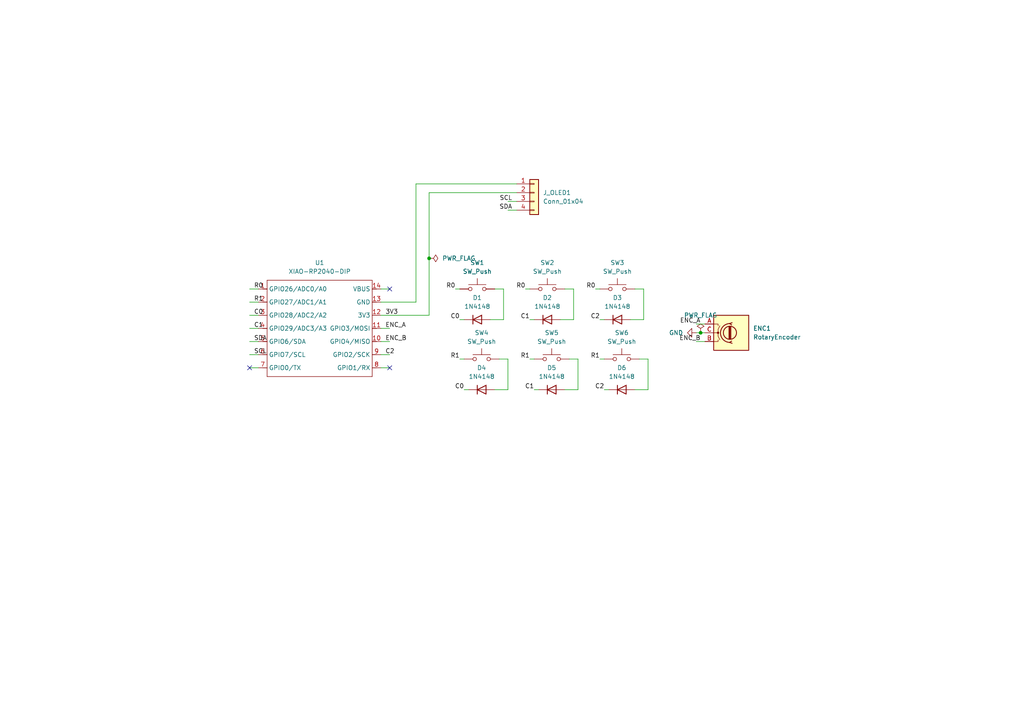
<source format=kicad_sch>
(kicad_sch
	(version 20250114)
	(generator "eeschema")
	(generator_version "9.0")
	(uuid "27154dfa-acad-4657-9576-19a8713884aa")
	(paper "A4")
	(lib_symbols
		(symbol "Connector_Generic:Conn_01x04"
			(pin_names
				(offset 1.016)
				(hide yes)
			)
			(exclude_from_sim no)
			(in_bom yes)
			(on_board yes)
			(property "Reference" "J"
				(at 0 5.08 0)
				(effects
					(font
						(size 1.27 1.27)
					)
				)
			)
			(property "Value" "Conn_01x04"
				(at 0 -7.62 0)
				(effects
					(font
						(size 1.27 1.27)
					)
				)
			)
			(property "Footprint" ""
				(at 0 0 0)
				(effects
					(font
						(size 1.27 1.27)
					)
					(hide yes)
				)
			)
			(property "Datasheet" "~"
				(at 0 0 0)
				(effects
					(font
						(size 1.27 1.27)
					)
					(hide yes)
				)
			)
			(property "Description" "Generic connector, single row, 01x04, script generated (kicad-library-utils/schlib/autogen/connector/)"
				(at 0 0 0)
				(effects
					(font
						(size 1.27 1.27)
					)
					(hide yes)
				)
			)
			(property "ki_keywords" "connector"
				(at 0 0 0)
				(effects
					(font
						(size 1.27 1.27)
					)
					(hide yes)
				)
			)
			(property "ki_fp_filters" "Connector*:*_1x??_*"
				(at 0 0 0)
				(effects
					(font
						(size 1.27 1.27)
					)
					(hide yes)
				)
			)
			(symbol "Conn_01x04_1_1"
				(rectangle
					(start -1.27 3.81)
					(end 1.27 -6.35)
					(stroke
						(width 0.254)
						(type default)
					)
					(fill
						(type background)
					)
				)
				(rectangle
					(start -1.27 2.667)
					(end 0 2.413)
					(stroke
						(width 0.1524)
						(type default)
					)
					(fill
						(type none)
					)
				)
				(rectangle
					(start -1.27 0.127)
					(end 0 -0.127)
					(stroke
						(width 0.1524)
						(type default)
					)
					(fill
						(type none)
					)
				)
				(rectangle
					(start -1.27 -2.413)
					(end 0 -2.667)
					(stroke
						(width 0.1524)
						(type default)
					)
					(fill
						(type none)
					)
				)
				(rectangle
					(start -1.27 -4.953)
					(end 0 -5.207)
					(stroke
						(width 0.1524)
						(type default)
					)
					(fill
						(type none)
					)
				)
				(pin passive line
					(at -5.08 2.54 0)
					(length 3.81)
					(name "Pin_1"
						(effects
							(font
								(size 1.27 1.27)
							)
						)
					)
					(number "1"
						(effects
							(font
								(size 1.27 1.27)
							)
						)
					)
				)
				(pin passive line
					(at -5.08 0 0)
					(length 3.81)
					(name "Pin_2"
						(effects
							(font
								(size 1.27 1.27)
							)
						)
					)
					(number "2"
						(effects
							(font
								(size 1.27 1.27)
							)
						)
					)
				)
				(pin passive line
					(at -5.08 -2.54 0)
					(length 3.81)
					(name "Pin_3"
						(effects
							(font
								(size 1.27 1.27)
							)
						)
					)
					(number "3"
						(effects
							(font
								(size 1.27 1.27)
							)
						)
					)
				)
				(pin passive line
					(at -5.08 -5.08 0)
					(length 3.81)
					(name "Pin_4"
						(effects
							(font
								(size 1.27 1.27)
							)
						)
					)
					(number "4"
						(effects
							(font
								(size 1.27 1.27)
							)
						)
					)
				)
			)
			(embedded_fonts no)
		)
		(symbol "Device:RotaryEncoder"
			(pin_names
				(offset 0.254)
				(hide yes)
			)
			(exclude_from_sim no)
			(in_bom yes)
			(on_board yes)
			(property "Reference" "SW"
				(at 0 6.604 0)
				(effects
					(font
						(size 1.27 1.27)
					)
				)
			)
			(property "Value" "RotaryEncoder"
				(at 0 -6.604 0)
				(effects
					(font
						(size 1.27 1.27)
					)
				)
			)
			(property "Footprint" ""
				(at -3.81 4.064 0)
				(effects
					(font
						(size 1.27 1.27)
					)
					(hide yes)
				)
			)
			(property "Datasheet" "~"
				(at 0 6.604 0)
				(effects
					(font
						(size 1.27 1.27)
					)
					(hide yes)
				)
			)
			(property "Description" "Rotary encoder, dual channel, incremental quadrate outputs"
				(at 0 0 0)
				(effects
					(font
						(size 1.27 1.27)
					)
					(hide yes)
				)
			)
			(property "ki_keywords" "rotary switch encoder"
				(at 0 0 0)
				(effects
					(font
						(size 1.27 1.27)
					)
					(hide yes)
				)
			)
			(property "ki_fp_filters" "RotaryEncoder*"
				(at 0 0 0)
				(effects
					(font
						(size 1.27 1.27)
					)
					(hide yes)
				)
			)
			(symbol "RotaryEncoder_0_1"
				(rectangle
					(start -5.08 5.08)
					(end 5.08 -5.08)
					(stroke
						(width 0.254)
						(type default)
					)
					(fill
						(type background)
					)
				)
				(polyline
					(pts
						(xy -5.08 2.54) (xy -3.81 2.54) (xy -3.81 2.032)
					)
					(stroke
						(width 0)
						(type default)
					)
					(fill
						(type none)
					)
				)
				(polyline
					(pts
						(xy -5.08 0) (xy -3.81 0) (xy -3.81 -1.016) (xy -3.302 -2.032)
					)
					(stroke
						(width 0)
						(type default)
					)
					(fill
						(type none)
					)
				)
				(polyline
					(pts
						(xy -5.08 -2.54) (xy -3.81 -2.54) (xy -3.81 -2.032)
					)
					(stroke
						(width 0)
						(type default)
					)
					(fill
						(type none)
					)
				)
				(polyline
					(pts
						(xy -4.318 0) (xy -3.81 0) (xy -3.81 1.016) (xy -3.302 2.032)
					)
					(stroke
						(width 0)
						(type default)
					)
					(fill
						(type none)
					)
				)
				(circle
					(center -3.81 0)
					(radius 0.254)
					(stroke
						(width 0)
						(type default)
					)
					(fill
						(type outline)
					)
				)
				(polyline
					(pts
						(xy -0.635 -1.778) (xy -0.635 1.778)
					)
					(stroke
						(width 0.254)
						(type default)
					)
					(fill
						(type none)
					)
				)
				(circle
					(center -0.381 0)
					(radius 1.905)
					(stroke
						(width 0.254)
						(type default)
					)
					(fill
						(type none)
					)
				)
				(polyline
					(pts
						(xy -0.381 -1.778) (xy -0.381 1.778)
					)
					(stroke
						(width 0.254)
						(type default)
					)
					(fill
						(type none)
					)
				)
				(arc
					(start -0.381 -2.794)
					(mid -3.0988 -0.0635)
					(end -0.381 2.667)
					(stroke
						(width 0.254)
						(type default)
					)
					(fill
						(type none)
					)
				)
				(polyline
					(pts
						(xy -0.127 1.778) (xy -0.127 -1.778)
					)
					(stroke
						(width 0.254)
						(type default)
					)
					(fill
						(type none)
					)
				)
				(polyline
					(pts
						(xy 0.254 2.921) (xy -0.508 2.667) (xy 0.127 2.286)
					)
					(stroke
						(width 0.254)
						(type default)
					)
					(fill
						(type none)
					)
				)
				(polyline
					(pts
						(xy 0.254 -3.048) (xy -0.508 -2.794) (xy 0.127 -2.413)
					)
					(stroke
						(width 0.254)
						(type default)
					)
					(fill
						(type none)
					)
				)
			)
			(symbol "RotaryEncoder_1_1"
				(pin passive line
					(at -7.62 2.54 0)
					(length 2.54)
					(name "A"
						(effects
							(font
								(size 1.27 1.27)
							)
						)
					)
					(number "A"
						(effects
							(font
								(size 1.27 1.27)
							)
						)
					)
				)
				(pin passive line
					(at -7.62 0 0)
					(length 2.54)
					(name "C"
						(effects
							(font
								(size 1.27 1.27)
							)
						)
					)
					(number "C"
						(effects
							(font
								(size 1.27 1.27)
							)
						)
					)
				)
				(pin passive line
					(at -7.62 -2.54 0)
					(length 2.54)
					(name "B"
						(effects
							(font
								(size 1.27 1.27)
							)
						)
					)
					(number "B"
						(effects
							(font
								(size 1.27 1.27)
							)
						)
					)
				)
			)
			(embedded_fonts no)
		)
		(symbol "Diode:1N4148"
			(pin_numbers
				(hide yes)
			)
			(pin_names
				(hide yes)
			)
			(exclude_from_sim no)
			(in_bom yes)
			(on_board yes)
			(property "Reference" "D"
				(at 0 2.54 0)
				(effects
					(font
						(size 1.27 1.27)
					)
				)
			)
			(property "Value" "1N4148"
				(at 0 -2.54 0)
				(effects
					(font
						(size 1.27 1.27)
					)
				)
			)
			(property "Footprint" "Diode_THT:D_DO-35_SOD27_P7.62mm_Horizontal"
				(at 0 0 0)
				(effects
					(font
						(size 1.27 1.27)
					)
					(hide yes)
				)
			)
			(property "Datasheet" "https://assets.nexperia.com/documents/data-sheet/1N4148_1N4448.pdf"
				(at 0 0 0)
				(effects
					(font
						(size 1.27 1.27)
					)
					(hide yes)
				)
			)
			(property "Description" "100V 0.15A standard switching diode, DO-35"
				(at 0 0 0)
				(effects
					(font
						(size 1.27 1.27)
					)
					(hide yes)
				)
			)
			(property "Sim.Device" "D"
				(at 0 0 0)
				(effects
					(font
						(size 1.27 1.27)
					)
					(hide yes)
				)
			)
			(property "Sim.Pins" "1=K 2=A"
				(at 0 0 0)
				(effects
					(font
						(size 1.27 1.27)
					)
					(hide yes)
				)
			)
			(property "ki_keywords" "diode"
				(at 0 0 0)
				(effects
					(font
						(size 1.27 1.27)
					)
					(hide yes)
				)
			)
			(property "ki_fp_filters" "D*DO?35*"
				(at 0 0 0)
				(effects
					(font
						(size 1.27 1.27)
					)
					(hide yes)
				)
			)
			(symbol "1N4148_0_1"
				(polyline
					(pts
						(xy -1.27 1.27) (xy -1.27 -1.27)
					)
					(stroke
						(width 0.254)
						(type default)
					)
					(fill
						(type none)
					)
				)
				(polyline
					(pts
						(xy 1.27 1.27) (xy 1.27 -1.27) (xy -1.27 0) (xy 1.27 1.27)
					)
					(stroke
						(width 0.254)
						(type default)
					)
					(fill
						(type none)
					)
				)
				(polyline
					(pts
						(xy 1.27 0) (xy -1.27 0)
					)
					(stroke
						(width 0)
						(type default)
					)
					(fill
						(type none)
					)
				)
			)
			(symbol "1N4148_1_1"
				(pin passive line
					(at -3.81 0 0)
					(length 2.54)
					(name "K"
						(effects
							(font
								(size 1.27 1.27)
							)
						)
					)
					(number "1"
						(effects
							(font
								(size 1.27 1.27)
							)
						)
					)
				)
				(pin passive line
					(at 3.81 0 180)
					(length 2.54)
					(name "A"
						(effects
							(font
								(size 1.27 1.27)
							)
						)
					)
					(number "2"
						(effects
							(font
								(size 1.27 1.27)
							)
						)
					)
				)
			)
			(embedded_fonts no)
		)
		(symbol "Seeed_Studio_XIAO_Series:XIAO-RP2040-DIP"
			(exclude_from_sim no)
			(in_bom yes)
			(on_board yes)
			(property "Reference" "U"
				(at 0 0 0)
				(effects
					(font
						(size 1.27 1.27)
					)
				)
			)
			(property "Value" "XIAO-RP2040-DIP"
				(at 5.334 -1.778 0)
				(effects
					(font
						(size 1.27 1.27)
					)
				)
			)
			(property "Footprint" "Module:MOUDLE14P-XIAO-DIP-SMD"
				(at 14.478 -32.258 0)
				(effects
					(font
						(size 1.27 1.27)
					)
					(hide yes)
				)
			)
			(property "Datasheet" ""
				(at 0 0 0)
				(effects
					(font
						(size 1.27 1.27)
					)
					(hide yes)
				)
			)
			(property "Description" ""
				(at 0 0 0)
				(effects
					(font
						(size 1.27 1.27)
					)
					(hide yes)
				)
			)
			(symbol "XIAO-RP2040-DIP_1_0"
				(polyline
					(pts
						(xy -1.27 -2.54) (xy 29.21 -2.54)
					)
					(stroke
						(width 0.1524)
						(type solid)
					)
					(fill
						(type none)
					)
				)
				(polyline
					(pts
						(xy -1.27 -5.08) (xy -2.54 -5.08)
					)
					(stroke
						(width 0.1524)
						(type solid)
					)
					(fill
						(type none)
					)
				)
				(polyline
					(pts
						(xy -1.27 -5.08) (xy -1.27 -2.54)
					)
					(stroke
						(width 0.1524)
						(type solid)
					)
					(fill
						(type none)
					)
				)
				(polyline
					(pts
						(xy -1.27 -8.89) (xy -2.54 -8.89)
					)
					(stroke
						(width 0.1524)
						(type solid)
					)
					(fill
						(type none)
					)
				)
				(polyline
					(pts
						(xy -1.27 -8.89) (xy -1.27 -5.08)
					)
					(stroke
						(width 0.1524)
						(type solid)
					)
					(fill
						(type none)
					)
				)
				(polyline
					(pts
						(xy -1.27 -12.7) (xy -2.54 -12.7)
					)
					(stroke
						(width 0.1524)
						(type solid)
					)
					(fill
						(type none)
					)
				)
				(polyline
					(pts
						(xy -1.27 -12.7) (xy -1.27 -8.89)
					)
					(stroke
						(width 0.1524)
						(type solid)
					)
					(fill
						(type none)
					)
				)
				(polyline
					(pts
						(xy -1.27 -16.51) (xy -2.54 -16.51)
					)
					(stroke
						(width 0.1524)
						(type solid)
					)
					(fill
						(type none)
					)
				)
				(polyline
					(pts
						(xy -1.27 -16.51) (xy -1.27 -12.7)
					)
					(stroke
						(width 0.1524)
						(type solid)
					)
					(fill
						(type none)
					)
				)
				(polyline
					(pts
						(xy -1.27 -20.32) (xy -2.54 -20.32)
					)
					(stroke
						(width 0.1524)
						(type solid)
					)
					(fill
						(type none)
					)
				)
				(polyline
					(pts
						(xy -1.27 -24.13) (xy -2.54 -24.13)
					)
					(stroke
						(width 0.1524)
						(type solid)
					)
					(fill
						(type none)
					)
				)
				(polyline
					(pts
						(xy -1.27 -27.94) (xy -2.54 -27.94)
					)
					(stroke
						(width 0.1524)
						(type solid)
					)
					(fill
						(type none)
					)
				)
				(polyline
					(pts
						(xy -1.27 -30.48) (xy -1.27 -16.51)
					)
					(stroke
						(width 0.1524)
						(type solid)
					)
					(fill
						(type none)
					)
				)
				(polyline
					(pts
						(xy 29.21 -2.54) (xy 29.21 -5.08)
					)
					(stroke
						(width 0.1524)
						(type solid)
					)
					(fill
						(type none)
					)
				)
				(polyline
					(pts
						(xy 29.21 -5.08) (xy 29.21 -8.89)
					)
					(stroke
						(width 0.1524)
						(type solid)
					)
					(fill
						(type none)
					)
				)
				(polyline
					(pts
						(xy 29.21 -8.89) (xy 29.21 -12.7)
					)
					(stroke
						(width 0.1524)
						(type solid)
					)
					(fill
						(type none)
					)
				)
				(polyline
					(pts
						(xy 29.21 -12.7) (xy 29.21 -30.48)
					)
					(stroke
						(width 0.1524)
						(type solid)
					)
					(fill
						(type none)
					)
				)
				(polyline
					(pts
						(xy 29.21 -30.48) (xy -1.27 -30.48)
					)
					(stroke
						(width 0.1524)
						(type solid)
					)
					(fill
						(type none)
					)
				)
				(polyline
					(pts
						(xy 30.48 -5.08) (xy 29.21 -5.08)
					)
					(stroke
						(width 0.1524)
						(type solid)
					)
					(fill
						(type none)
					)
				)
				(polyline
					(pts
						(xy 30.48 -8.89) (xy 29.21 -8.89)
					)
					(stroke
						(width 0.1524)
						(type solid)
					)
					(fill
						(type none)
					)
				)
				(polyline
					(pts
						(xy 30.48 -12.7) (xy 29.21 -12.7)
					)
					(stroke
						(width 0.1524)
						(type solid)
					)
					(fill
						(type none)
					)
				)
				(polyline
					(pts
						(xy 30.48 -16.51) (xy 29.21 -16.51)
					)
					(stroke
						(width 0.1524)
						(type solid)
					)
					(fill
						(type none)
					)
				)
				(polyline
					(pts
						(xy 30.48 -20.32) (xy 29.21 -20.32)
					)
					(stroke
						(width 0.1524)
						(type solid)
					)
					(fill
						(type none)
					)
				)
				(polyline
					(pts
						(xy 30.48 -24.13) (xy 29.21 -24.13)
					)
					(stroke
						(width 0.1524)
						(type solid)
					)
					(fill
						(type none)
					)
				)
				(polyline
					(pts
						(xy 30.48 -27.94) (xy 29.21 -27.94)
					)
					(stroke
						(width 0.1524)
						(type solid)
					)
					(fill
						(type none)
					)
				)
				(pin passive line
					(at -3.81 -5.08 0)
					(length 2.54)
					(name "GPIO26/ADC0/A0"
						(effects
							(font
								(size 1.27 1.27)
							)
						)
					)
					(number "1"
						(effects
							(font
								(size 1.27 1.27)
							)
						)
					)
				)
				(pin passive line
					(at -3.81 -8.89 0)
					(length 2.54)
					(name "GPIO27/ADC1/A1"
						(effects
							(font
								(size 1.27 1.27)
							)
						)
					)
					(number "2"
						(effects
							(font
								(size 1.27 1.27)
							)
						)
					)
				)
				(pin passive line
					(at -3.81 -12.7 0)
					(length 2.54)
					(name "GPIO28/ADC2/A2"
						(effects
							(font
								(size 1.27 1.27)
							)
						)
					)
					(number "3"
						(effects
							(font
								(size 1.27 1.27)
							)
						)
					)
				)
				(pin passive line
					(at -3.81 -16.51 0)
					(length 2.54)
					(name "GPIO29/ADC3/A3"
						(effects
							(font
								(size 1.27 1.27)
							)
						)
					)
					(number "4"
						(effects
							(font
								(size 1.27 1.27)
							)
						)
					)
				)
				(pin passive line
					(at -3.81 -20.32 0)
					(length 2.54)
					(name "GPIO6/SDA"
						(effects
							(font
								(size 1.27 1.27)
							)
						)
					)
					(number "5"
						(effects
							(font
								(size 1.27 1.27)
							)
						)
					)
				)
				(pin passive line
					(at -3.81 -24.13 0)
					(length 2.54)
					(name "GPIO7/SCL"
						(effects
							(font
								(size 1.27 1.27)
							)
						)
					)
					(number "6"
						(effects
							(font
								(size 1.27 1.27)
							)
						)
					)
				)
				(pin passive line
					(at -3.81 -27.94 0)
					(length 2.54)
					(name "GPIO0/TX"
						(effects
							(font
								(size 1.27 1.27)
							)
						)
					)
					(number "7"
						(effects
							(font
								(size 1.27 1.27)
							)
						)
					)
				)
				(pin passive line
					(at 31.75 -5.08 180)
					(length 2.54)
					(name "VBUS"
						(effects
							(font
								(size 1.27 1.27)
							)
						)
					)
					(number "14"
						(effects
							(font
								(size 1.27 1.27)
							)
						)
					)
				)
				(pin passive line
					(at 31.75 -8.89 180)
					(length 2.54)
					(name "GND"
						(effects
							(font
								(size 1.27 1.27)
							)
						)
					)
					(number "13"
						(effects
							(font
								(size 1.27 1.27)
							)
						)
					)
				)
				(pin passive line
					(at 31.75 -12.7 180)
					(length 2.54)
					(name "3V3"
						(effects
							(font
								(size 1.27 1.27)
							)
						)
					)
					(number "12"
						(effects
							(font
								(size 1.27 1.27)
							)
						)
					)
				)
				(pin passive line
					(at 31.75 -16.51 180)
					(length 2.54)
					(name "GPIO3/MOSI"
						(effects
							(font
								(size 1.27 1.27)
							)
						)
					)
					(number "11"
						(effects
							(font
								(size 1.27 1.27)
							)
						)
					)
				)
				(pin passive line
					(at 31.75 -20.32 180)
					(length 2.54)
					(name "GPIO4/MISO"
						(effects
							(font
								(size 1.27 1.27)
							)
						)
					)
					(number "10"
						(effects
							(font
								(size 1.27 1.27)
							)
						)
					)
				)
				(pin passive line
					(at 31.75 -24.13 180)
					(length 2.54)
					(name "GPIO2/SCK"
						(effects
							(font
								(size 1.27 1.27)
							)
						)
					)
					(number "9"
						(effects
							(font
								(size 1.27 1.27)
							)
						)
					)
				)
				(pin passive line
					(at 31.75 -27.94 180)
					(length 2.54)
					(name "GPIO1/RX"
						(effects
							(font
								(size 1.27 1.27)
							)
						)
					)
					(number "8"
						(effects
							(font
								(size 1.27 1.27)
							)
						)
					)
				)
			)
			(embedded_fonts no)
		)
		(symbol "Switch:SW_Push"
			(pin_numbers
				(hide yes)
			)
			(pin_names
				(offset 1.016)
				(hide yes)
			)
			(exclude_from_sim no)
			(in_bom yes)
			(on_board yes)
			(property "Reference" "SW"
				(at 1.27 2.54 0)
				(effects
					(font
						(size 1.27 1.27)
					)
					(justify left)
				)
			)
			(property "Value" "SW_Push"
				(at 0 -1.524 0)
				(effects
					(font
						(size 1.27 1.27)
					)
				)
			)
			(property "Footprint" ""
				(at 0 5.08 0)
				(effects
					(font
						(size 1.27 1.27)
					)
					(hide yes)
				)
			)
			(property "Datasheet" "~"
				(at 0 5.08 0)
				(effects
					(font
						(size 1.27 1.27)
					)
					(hide yes)
				)
			)
			(property "Description" "Push button switch, generic, two pins"
				(at 0 0 0)
				(effects
					(font
						(size 1.27 1.27)
					)
					(hide yes)
				)
			)
			(property "ki_keywords" "switch normally-open pushbutton push-button"
				(at 0 0 0)
				(effects
					(font
						(size 1.27 1.27)
					)
					(hide yes)
				)
			)
			(symbol "SW_Push_0_1"
				(circle
					(center -2.032 0)
					(radius 0.508)
					(stroke
						(width 0)
						(type default)
					)
					(fill
						(type none)
					)
				)
				(polyline
					(pts
						(xy 0 1.27) (xy 0 3.048)
					)
					(stroke
						(width 0)
						(type default)
					)
					(fill
						(type none)
					)
				)
				(circle
					(center 2.032 0)
					(radius 0.508)
					(stroke
						(width 0)
						(type default)
					)
					(fill
						(type none)
					)
				)
				(polyline
					(pts
						(xy 2.54 1.27) (xy -2.54 1.27)
					)
					(stroke
						(width 0)
						(type default)
					)
					(fill
						(type none)
					)
				)
				(pin passive line
					(at -5.08 0 0)
					(length 2.54)
					(name "1"
						(effects
							(font
								(size 1.27 1.27)
							)
						)
					)
					(number "1"
						(effects
							(font
								(size 1.27 1.27)
							)
						)
					)
				)
				(pin passive line
					(at 5.08 0 180)
					(length 2.54)
					(name "2"
						(effects
							(font
								(size 1.27 1.27)
							)
						)
					)
					(number "2"
						(effects
							(font
								(size 1.27 1.27)
							)
						)
					)
				)
			)
			(embedded_fonts no)
		)
		(symbol "power:GND"
			(power)
			(pin_numbers
				(hide yes)
			)
			(pin_names
				(offset 0)
				(hide yes)
			)
			(exclude_from_sim no)
			(in_bom yes)
			(on_board yes)
			(property "Reference" "#PWR"
				(at 0 -6.35 0)
				(effects
					(font
						(size 1.27 1.27)
					)
					(hide yes)
				)
			)
			(property "Value" "GND"
				(at 0 -3.81 0)
				(effects
					(font
						(size 1.27 1.27)
					)
				)
			)
			(property "Footprint" ""
				(at 0 0 0)
				(effects
					(font
						(size 1.27 1.27)
					)
					(hide yes)
				)
			)
			(property "Datasheet" ""
				(at 0 0 0)
				(effects
					(font
						(size 1.27 1.27)
					)
					(hide yes)
				)
			)
			(property "Description" "Power symbol creates a global label with name \"GND\" , ground"
				(at 0 0 0)
				(effects
					(font
						(size 1.27 1.27)
					)
					(hide yes)
				)
			)
			(property "ki_keywords" "global power"
				(at 0 0 0)
				(effects
					(font
						(size 1.27 1.27)
					)
					(hide yes)
				)
			)
			(symbol "GND_0_1"
				(polyline
					(pts
						(xy 0 0) (xy 0 -1.27) (xy 1.27 -1.27) (xy 0 -2.54) (xy -1.27 -1.27) (xy 0 -1.27)
					)
					(stroke
						(width 0)
						(type default)
					)
					(fill
						(type none)
					)
				)
			)
			(symbol "GND_1_1"
				(pin power_in line
					(at 0 0 270)
					(length 0)
					(name "~"
						(effects
							(font
								(size 1.27 1.27)
							)
						)
					)
					(number "1"
						(effects
							(font
								(size 1.27 1.27)
							)
						)
					)
				)
			)
			(embedded_fonts no)
		)
		(symbol "power:PWR_FLAG"
			(power)
			(pin_numbers
				(hide yes)
			)
			(pin_names
				(offset 0)
				(hide yes)
			)
			(exclude_from_sim no)
			(in_bom yes)
			(on_board yes)
			(property "Reference" "#FLG"
				(at 0 1.905 0)
				(effects
					(font
						(size 1.27 1.27)
					)
					(hide yes)
				)
			)
			(property "Value" "PWR_FLAG"
				(at 0 3.81 0)
				(effects
					(font
						(size 1.27 1.27)
					)
				)
			)
			(property "Footprint" ""
				(at 0 0 0)
				(effects
					(font
						(size 1.27 1.27)
					)
					(hide yes)
				)
			)
			(property "Datasheet" "~"
				(at 0 0 0)
				(effects
					(font
						(size 1.27 1.27)
					)
					(hide yes)
				)
			)
			(property "Description" "Special symbol for telling ERC where power comes from"
				(at 0 0 0)
				(effects
					(font
						(size 1.27 1.27)
					)
					(hide yes)
				)
			)
			(property "ki_keywords" "flag power"
				(at 0 0 0)
				(effects
					(font
						(size 1.27 1.27)
					)
					(hide yes)
				)
			)
			(symbol "PWR_FLAG_0_0"
				(pin power_out line
					(at 0 0 90)
					(length 0)
					(name "~"
						(effects
							(font
								(size 1.27 1.27)
							)
						)
					)
					(number "1"
						(effects
							(font
								(size 1.27 1.27)
							)
						)
					)
				)
			)
			(symbol "PWR_FLAG_0_1"
				(polyline
					(pts
						(xy 0 0) (xy 0 1.27) (xy -1.016 1.905) (xy 0 2.54) (xy 1.016 1.905) (xy 0 1.27)
					)
					(stroke
						(width 0)
						(type default)
					)
					(fill
						(type none)
					)
				)
			)
			(embedded_fonts no)
		)
	)
	(junction
		(at 124.46 74.93)
		(diameter 0)
		(color 0 0 0 0)
		(uuid "d56147d5-42e3-46c3-ba84-5160b8f4e122")
	)
	(junction
		(at 203.2 96.52)
		(diameter 0)
		(color 0 0 0 0)
		(uuid "e5d2ea51-e1b8-4ca6-b345-29f7e485a380")
	)
	(no_connect
		(at 113.03 106.68)
		(uuid "455a8035-425e-489a-99a0-9ad7ba17b158")
	)
	(no_connect
		(at 113.03 83.82)
		(uuid "830a396a-e095-4a7f-9a58-e6e7aa5fe793")
	)
	(no_connect
		(at 72.39 106.68)
		(uuid "e7b6d921-7a07-4afa-908c-a7eae1e46dc6")
	)
	(wire
		(pts
			(xy 72.39 102.87) (xy 74.93 102.87)
		)
		(stroke
			(width 0)
			(type default)
		)
		(uuid "07ca7bc6-0ddc-44b0-b489-df2b39b90ea5")
	)
	(wire
		(pts
			(xy 110.49 91.44) (xy 124.46 91.44)
		)
		(stroke
			(width 0)
			(type default)
		)
		(uuid "09c0dc88-01a7-418f-b767-169cbfe3da53")
	)
	(wire
		(pts
			(xy 173.99 104.14) (xy 175.26 104.14)
		)
		(stroke
			(width 0)
			(type default)
		)
		(uuid "0f15a21d-9567-475b-a12f-4b7cf2356884")
	)
	(wire
		(pts
			(xy 182.88 92.71) (xy 186.69 92.71)
		)
		(stroke
			(width 0)
			(type default)
		)
		(uuid "161c6553-1d57-4de8-8ad7-6f83a4513b5e")
	)
	(wire
		(pts
			(xy 72.39 106.68) (xy 74.93 106.68)
		)
		(stroke
			(width 0)
			(type default)
		)
		(uuid "191fee64-1d5b-4b98-98d2-0c4e5da06c8c")
	)
	(wire
		(pts
			(xy 165.1 104.14) (xy 167.64 104.14)
		)
		(stroke
			(width 0)
			(type default)
		)
		(uuid "3488e2f8-ca6b-4c85-b9d1-8d3653500dd5")
	)
	(wire
		(pts
			(xy 147.32 58.42) (xy 149.86 58.42)
		)
		(stroke
			(width 0)
			(type default)
		)
		(uuid "4026097f-2b57-4303-965c-0ff036985ada")
	)
	(wire
		(pts
			(xy 153.67 104.14) (xy 154.94 104.14)
		)
		(stroke
			(width 0)
			(type default)
		)
		(uuid "45346aa4-4aaf-4b9b-9a0c-a45778e474ab")
	)
	(wire
		(pts
			(xy 201.93 93.98) (xy 204.47 93.98)
		)
		(stroke
			(width 0)
			(type default)
		)
		(uuid "45b92bc5-dc25-495a-9582-b2a61e14ca64")
	)
	(wire
		(pts
			(xy 175.26 113.03) (xy 176.53 113.03)
		)
		(stroke
			(width 0)
			(type default)
		)
		(uuid "45c0b191-34ec-46a2-b267-538cd32533b2")
	)
	(wire
		(pts
			(xy 110.49 95.25) (xy 113.03 95.25)
		)
		(stroke
			(width 0)
			(type default)
		)
		(uuid "46dcaa3a-2701-4273-9e16-883b40577b90")
	)
	(wire
		(pts
			(xy 110.49 102.87) (xy 113.03 102.87)
		)
		(stroke
			(width 0)
			(type default)
		)
		(uuid "47310991-d8c4-4ef7-ab01-2b3beb67f569")
	)
	(wire
		(pts
			(xy 72.39 95.25) (xy 74.93 95.25)
		)
		(stroke
			(width 0)
			(type default)
		)
		(uuid "4e501f38-86a5-4a9a-9d4a-4cdad3d1dac3")
	)
	(wire
		(pts
			(xy 163.83 83.82) (xy 166.37 83.82)
		)
		(stroke
			(width 0)
			(type default)
		)
		(uuid "5187e10f-e888-4860-83c8-48646d3d25c1")
	)
	(wire
		(pts
			(xy 110.49 87.63) (xy 120.65 87.63)
		)
		(stroke
			(width 0)
			(type default)
		)
		(uuid "59cc0f2c-51a8-4266-9226-d3c006d8ca0a")
	)
	(wire
		(pts
			(xy 124.46 74.93) (xy 124.46 91.44)
		)
		(stroke
			(width 0)
			(type default)
		)
		(uuid "5f0835fc-0585-4017-9864-96fc3efc5388")
	)
	(wire
		(pts
			(xy 154.94 113.03) (xy 156.21 113.03)
		)
		(stroke
			(width 0)
			(type default)
		)
		(uuid "61d3c02b-eb79-4683-b7ac-21e4ba3b9d1a")
	)
	(wire
		(pts
			(xy 166.37 83.82) (xy 166.37 92.71)
		)
		(stroke
			(width 0)
			(type default)
		)
		(uuid "648d0622-dd1d-4f1a-bd1e-e662e4ed6468")
	)
	(wire
		(pts
			(xy 167.64 104.14) (xy 167.64 113.03)
		)
		(stroke
			(width 0)
			(type default)
		)
		(uuid "7904bf21-b590-4e96-b0ee-0a00e305f50e")
	)
	(wire
		(pts
			(xy 201.93 96.52) (xy 203.2 96.52)
		)
		(stroke
			(width 0)
			(type default)
		)
		(uuid "7b865d58-6f17-4fd5-b1b7-3b3285d0e0aa")
	)
	(wire
		(pts
			(xy 184.15 83.82) (xy 186.69 83.82)
		)
		(stroke
			(width 0)
			(type default)
		)
		(uuid "7cad8c13-32b0-4b5c-9e16-56e2f9bfc64e")
	)
	(wire
		(pts
			(xy 120.65 87.63) (xy 120.65 53.34)
		)
		(stroke
			(width 0)
			(type default)
		)
		(uuid "82d1b872-ad7d-428d-b6d1-16dfdffd94b1")
	)
	(wire
		(pts
			(xy 124.46 55.88) (xy 124.46 74.93)
		)
		(stroke
			(width 0)
			(type default)
		)
		(uuid "869f9ed0-b03f-47e4-b242-5ee87eae1e2f")
	)
	(wire
		(pts
			(xy 134.62 113.03) (xy 135.89 113.03)
		)
		(stroke
			(width 0)
			(type default)
		)
		(uuid "86e533b8-443a-4735-b3ea-ce57accb498a")
	)
	(wire
		(pts
			(xy 72.39 87.63) (xy 74.93 87.63)
		)
		(stroke
			(width 0)
			(type default)
		)
		(uuid "8958f985-6fd0-4464-9bb3-000e076eeea0")
	)
	(wire
		(pts
			(xy 133.35 92.71) (xy 134.62 92.71)
		)
		(stroke
			(width 0)
			(type default)
		)
		(uuid "93c41c87-eb37-4d39-94c1-5ecd89c6d4a4")
	)
	(wire
		(pts
			(xy 146.05 83.82) (xy 146.05 92.71)
		)
		(stroke
			(width 0)
			(type default)
		)
		(uuid "9523f4cd-f020-4123-acb4-8c6ec2c0af36")
	)
	(wire
		(pts
			(xy 143.51 113.03) (xy 147.32 113.03)
		)
		(stroke
			(width 0)
			(type default)
		)
		(uuid "996ee875-5fb8-44e3-b16e-14aa0d82aa91")
	)
	(wire
		(pts
			(xy 110.49 106.68) (xy 113.03 106.68)
		)
		(stroke
			(width 0)
			(type default)
		)
		(uuid "9b365f5e-cda8-4d2f-a41e-ef5c7cba9bc3")
	)
	(wire
		(pts
			(xy 133.35 104.14) (xy 134.62 104.14)
		)
		(stroke
			(width 0)
			(type default)
		)
		(uuid "a8131cb1-fac1-4a57-a3d8-0f167a34f848")
	)
	(wire
		(pts
			(xy 147.32 104.14) (xy 147.32 113.03)
		)
		(stroke
			(width 0)
			(type default)
		)
		(uuid "b390a79a-0273-434f-85e0-5392e2520d82")
	)
	(wire
		(pts
			(xy 184.15 113.03) (xy 187.96 113.03)
		)
		(stroke
			(width 0)
			(type default)
		)
		(uuid "b9c858c1-04ac-494e-a76b-6e1f3d982cc4")
	)
	(wire
		(pts
			(xy 132.08 83.82) (xy 133.35 83.82)
		)
		(stroke
			(width 0)
			(type default)
		)
		(uuid "bbd20f43-28c2-4879-a82b-2fae1bc2d3a9")
	)
	(wire
		(pts
			(xy 186.69 83.82) (xy 186.69 92.71)
		)
		(stroke
			(width 0)
			(type default)
		)
		(uuid "bc4fcd00-3d9e-4892-8493-a2352bea66be")
	)
	(wire
		(pts
			(xy 120.65 53.34) (xy 149.86 53.34)
		)
		(stroke
			(width 0)
			(type default)
		)
		(uuid "bc722fce-832b-4fb2-899c-c391665b3980")
	)
	(wire
		(pts
			(xy 173.99 92.71) (xy 175.26 92.71)
		)
		(stroke
			(width 0)
			(type default)
		)
		(uuid "bdb25807-3701-41cc-a9af-0c8031f46380")
	)
	(wire
		(pts
			(xy 153.67 92.71) (xy 154.94 92.71)
		)
		(stroke
			(width 0)
			(type default)
		)
		(uuid "be9ad9e6-7523-49fc-bddf-028e9d4be37c")
	)
	(wire
		(pts
			(xy 187.96 104.14) (xy 187.96 113.03)
		)
		(stroke
			(width 0)
			(type default)
		)
		(uuid "c023370a-d8f9-4b87-b42d-c4bd3a6a93a4")
	)
	(wire
		(pts
			(xy 72.39 83.82) (xy 74.93 83.82)
		)
		(stroke
			(width 0)
			(type default)
		)
		(uuid "c6ffa556-5f15-4b06-8787-59a7ceaee8f8")
	)
	(wire
		(pts
			(xy 147.32 60.96) (xy 149.86 60.96)
		)
		(stroke
			(width 0)
			(type default)
		)
		(uuid "c7a4b35d-6c3c-4f63-8d60-88c685897b77")
	)
	(wire
		(pts
			(xy 110.49 99.06) (xy 113.03 99.06)
		)
		(stroke
			(width 0)
			(type default)
		)
		(uuid "ca052950-6e7a-41bb-bd61-a0c1686169c6")
	)
	(wire
		(pts
			(xy 142.24 92.71) (xy 146.05 92.71)
		)
		(stroke
			(width 0)
			(type default)
		)
		(uuid "caada3dc-397b-4790-a217-ab0f5de22695")
	)
	(wire
		(pts
			(xy 143.51 83.82) (xy 146.05 83.82)
		)
		(stroke
			(width 0)
			(type default)
		)
		(uuid "cb226196-a8ac-45b5-af03-2564c5c3e3d6")
	)
	(wire
		(pts
			(xy 163.83 113.03) (xy 167.64 113.03)
		)
		(stroke
			(width 0)
			(type default)
		)
		(uuid "d3b8da75-79e4-457f-ada6-07baa28397cc")
	)
	(wire
		(pts
			(xy 185.42 104.14) (xy 187.96 104.14)
		)
		(stroke
			(width 0)
			(type default)
		)
		(uuid "d4ff9f00-65dc-43ec-984b-3c7ecb472a46")
	)
	(wire
		(pts
			(xy 201.93 99.06) (xy 204.47 99.06)
		)
		(stroke
			(width 0)
			(type default)
		)
		(uuid "d5011684-a693-4528-83d1-69d5d0bf944f")
	)
	(wire
		(pts
			(xy 144.78 104.14) (xy 147.32 104.14)
		)
		(stroke
			(width 0)
			(type default)
		)
		(uuid "e772df89-a37b-4995-b796-e652ae882bc3")
	)
	(wire
		(pts
			(xy 152.4 83.82) (xy 153.67 83.82)
		)
		(stroke
			(width 0)
			(type default)
		)
		(uuid "ed88b816-b6a8-4f29-8bbb-41bf8fe38aab")
	)
	(wire
		(pts
			(xy 172.72 83.82) (xy 173.99 83.82)
		)
		(stroke
			(width 0)
			(type default)
		)
		(uuid "efca39bf-e0fd-44f6-af1f-6740d109012c")
	)
	(wire
		(pts
			(xy 124.46 55.88) (xy 149.86 55.88)
		)
		(stroke
			(width 0)
			(type default)
		)
		(uuid "f0d2c27b-80e5-4bdd-96eb-64a6ef4a2496")
	)
	(wire
		(pts
			(xy 72.39 99.06) (xy 74.93 99.06)
		)
		(stroke
			(width 0)
			(type default)
		)
		(uuid "f3806d86-4344-4779-b593-704fd3eaa350")
	)
	(wire
		(pts
			(xy 162.56 92.71) (xy 166.37 92.71)
		)
		(stroke
			(width 0)
			(type default)
		)
		(uuid "f42b16e3-3ab2-48e6-894a-c157b9b88425")
	)
	(wire
		(pts
			(xy 203.2 96.52) (xy 204.47 96.52)
		)
		(stroke
			(width 0)
			(type default)
		)
		(uuid "f4587e49-0132-403e-82a5-9164bf62df00")
	)
	(wire
		(pts
			(xy 110.49 83.82) (xy 113.03 83.82)
		)
		(stroke
			(width 0)
			(type default)
		)
		(uuid "f6f6f6a1-0c9c-4aea-bfeb-3b3bf1c188ae")
	)
	(wire
		(pts
			(xy 72.39 91.44) (xy 74.93 91.44)
		)
		(stroke
			(width 0)
			(type default)
		)
		(uuid "f8800051-76ed-4d0c-a183-89375f5755af")
	)
	(label "SDA"
		(at 148.59 60.96 180)
		(effects
			(font
				(size 1.27 1.27)
			)
			(justify right bottom)
		)
		(uuid "0394b5c0-dd81-4b57-948b-b40724ffc904")
	)
	(label "C1"
		(at 73.66 95.25 0)
		(effects
			(font
				(size 1.27 1.27)
			)
			(justify left bottom)
		)
		(uuid "06b304c8-1c67-4ddb-8634-10af624ca9c5")
	)
	(label "R1"
		(at 153.67 104.14 180)
		(effects
			(font
				(size 1.27 1.27)
			)
			(justify right bottom)
		)
		(uuid "1d6ee83e-5570-4fd6-a676-528d1c25e46a")
	)
	(label "ENC_B"
		(at 203.2 99.06 180)
		(effects
			(font
				(size 1.27 1.27)
			)
			(justify right bottom)
		)
		(uuid "1db222e6-043e-46f5-8a69-4f4fdd987c78")
	)
	(label "R0"
		(at 73.66 83.82 0)
		(effects
			(font
				(size 1.27 1.27)
			)
			(justify left bottom)
		)
		(uuid "2f5ff499-a874-49ad-823e-a501d86c7485")
	)
	(label "C0"
		(at 133.35 92.71 180)
		(effects
			(font
				(size 1.27 1.27)
			)
			(justify right bottom)
		)
		(uuid "325bf1e1-c8b2-4986-8d69-4f4ab0a26f2a")
	)
	(label "C2"
		(at 111.76 102.87 0)
		(effects
			(font
				(size 1.27 1.27)
			)
			(justify left bottom)
		)
		(uuid "3c2ae890-d8da-4778-8796-fe3b3830b8dc")
	)
	(label "C1"
		(at 153.67 92.71 180)
		(effects
			(font
				(size 1.27 1.27)
			)
			(justify right bottom)
		)
		(uuid "3cfb6a9e-9a17-4061-8a65-327d8ae07b4c")
	)
	(label "R0"
		(at 172.72 83.82 180)
		(effects
			(font
				(size 1.27 1.27)
			)
			(justify right bottom)
		)
		(uuid "448ad7db-f54d-45b1-b670-39b2f6d5ac15")
	)
	(label "C0"
		(at 134.62 113.03 180)
		(effects
			(font
				(size 1.27 1.27)
			)
			(justify right bottom)
		)
		(uuid "4bf394f9-9094-4b35-af6e-753ea06e040f")
	)
	(label "3V3"
		(at 111.76 91.44 0)
		(effects
			(font
				(size 1.27 1.27)
			)
			(justify left bottom)
		)
		(uuid "4c9a84c3-09ae-42a8-8caf-f3a3f0a53f67")
	)
	(label "ENC_A"
		(at 203.2 93.98 180)
		(effects
			(font
				(size 1.27 1.27)
			)
			(justify right bottom)
		)
		(uuid "5dd532ae-fd82-4aa7-89bf-532198c4ceb8")
	)
	(label "C1"
		(at 154.94 113.03 180)
		(effects
			(font
				(size 1.27 1.27)
			)
			(justify right bottom)
		)
		(uuid "8801fb51-51e8-4ac8-bb0b-47e8d4d2eecb")
	)
	(label "R0"
		(at 132.08 83.82 180)
		(effects
			(font
				(size 1.27 1.27)
			)
			(justify right bottom)
		)
		(uuid "96da655c-ec87-4911-be61-1312d0159ec0")
	)
	(label "SDA"
		(at 73.66 99.06 0)
		(effects
			(font
				(size 1.27 1.27)
			)
			(justify left bottom)
		)
		(uuid "9846fd50-0b0e-45e3-b3b6-35a79cfdf8db")
	)
	(label "C2"
		(at 173.99 92.71 180)
		(effects
			(font
				(size 1.27 1.27)
			)
			(justify right bottom)
		)
		(uuid "a54b1e2f-05b6-4ce3-89fe-74b4d35e60b7")
	)
	(label "C2"
		(at 175.26 113.03 180)
		(effects
			(font
				(size 1.27 1.27)
			)
			(justify right bottom)
		)
		(uuid "ae85d9d6-95cb-4367-8f2b-de689b54fa1c")
	)
	(label "R1"
		(at 173.99 104.14 180)
		(effects
			(font
				(size 1.27 1.27)
			)
			(justify right bottom)
		)
		(uuid "c07a1fdb-2f38-4091-875a-2cbeb6f63cf5")
	)
	(label "ENC_B"
		(at 111.76 99.06 0)
		(effects
			(font
				(size 1.27 1.27)
			)
			(justify left bottom)
		)
		(uuid "c1571514-51c2-4fce-af20-4bfd8dcb8d8d")
	)
	(label "R1"
		(at 133.35 104.14 180)
		(effects
			(font
				(size 1.27 1.27)
			)
			(justify right bottom)
		)
		(uuid "c21a9f3d-ce3c-4d9c-8fc1-7cfec0628a7f")
	)
	(label "C0"
		(at 73.66 91.44 0)
		(effects
			(font
				(size 1.27 1.27)
			)
			(justify left bottom)
		)
		(uuid "caf9f5f8-963b-4790-8671-39f44a0d343d")
	)
	(label "ENC_A"
		(at 111.76 95.25 0)
		(effects
			(font
				(size 1.27 1.27)
			)
			(justify left bottom)
		)
		(uuid "daf2c774-f800-4e9d-9daa-9a1e0dcdcf79")
	)
	(label "R1"
		(at 73.66 87.63 0)
		(effects
			(font
				(size 1.27 1.27)
			)
			(justify left bottom)
		)
		(uuid "dedcf391-1e53-4b54-b4bb-d40ad4c47e19")
	)
	(label "SCL"
		(at 148.59 58.42 180)
		(effects
			(font
				(size 1.27 1.27)
			)
			(justify right bottom)
		)
		(uuid "e6554759-9a5d-403c-aa78-65df99dcdd30")
	)
	(label "SCL"
		(at 73.66 102.87 0)
		(effects
			(font
				(size 1.27 1.27)
			)
			(justify left bottom)
		)
		(uuid "ea081616-801c-4635-ab35-0f6db4c688cc")
	)
	(label "R0"
		(at 152.4 83.82 180)
		(effects
			(font
				(size 1.27 1.27)
			)
			(justify right bottom)
		)
		(uuid "f48328ea-3daf-4c00-8139-8087459a8794")
	)
	(symbol
		(lib_id "Seeed_Studio_XIAO_Series:XIAO-RP2040-DIP")
		(at 78.74 78.74 0)
		(unit 1)
		(exclude_from_sim no)
		(in_bom yes)
		(on_board yes)
		(dnp no)
		(fields_autoplaced yes)
		(uuid "13b833d5-54ac-493a-b119-bd17d883cff7")
		(property "Reference" "U1"
			(at 92.71 76.2 0)
			(effects
				(font
					(size 1.27 1.27)
				)
			)
		)
		(property "Value" "XIAO-RP2040-DIP"
			(at 92.71 78.74 0)
			(effects
				(font
					(size 1.27 1.27)
				)
			)
		)
		(property "Footprint" "XIAORF2040:XIAORF2040"
			(at 93.218 110.998 0)
			(effects
				(font
					(size 1.27 1.27)
				)
				(hide yes)
			)
		)
		(property "Datasheet" ""
			(at 78.74 78.74 0)
			(effects
				(font
					(size 1.27 1.27)
				)
				(hide yes)
			)
		)
		(property "Description" ""
			(at 78.74 78.74 0)
			(effects
				(font
					(size 1.27 1.27)
				)
				(hide yes)
			)
		)
		(pin "1"
			(uuid "2c8ed66c-67dd-4cab-acf7-d0914e2071b6")
		)
		(pin "4"
			(uuid "68f0f4f7-0b1a-480d-bccf-3385e07796a4")
		)
		(pin "14"
			(uuid "edbc3aaa-5d0d-4cfa-873e-7e6e365a0c42")
		)
		(pin "11"
			(uuid "dfd70663-d436-4260-89c2-78a4bed45950")
		)
		(pin "10"
			(uuid "2b7556a6-b7dc-49e3-889b-a7503b1923ab")
		)
		(pin "9"
			(uuid "84d544e2-ab10-4ea9-b9c7-f084d1e95ff7")
		)
		(pin "8"
			(uuid "933b02e6-5d92-4794-af7b-273d7ade4700")
		)
		(pin "2"
			(uuid "cb842603-7e7d-4c97-9060-7ad80dae1c6d")
		)
		(pin "5"
			(uuid "4d9d6116-c5e0-46a1-9bd8-220daaf0be8b")
		)
		(pin "12"
			(uuid "cda21e8d-8aa5-4ddc-9910-1a46b1608b75")
		)
		(pin "3"
			(uuid "bb2cdfc5-7f6c-4713-bb89-d49de580ac86")
		)
		(pin "6"
			(uuid "cae9b64d-bf08-4fe9-8cd4-f6f35dbfbd47")
		)
		(pin "13"
			(uuid "2a4fb352-53d4-485b-8085-df2e2925cb6f")
		)
		(pin "7"
			(uuid "aadadd23-a0f6-4019-8c0a-b5a4ece59971")
		)
		(instances
			(project ""
				(path "/27154dfa-acad-4657-9576-19a8713884aa"
					(reference "U1")
					(unit 1)
				)
			)
		)
	)
	(symbol
		(lib_id "Connector_Generic:Conn_01x04")
		(at 154.94 55.88 0)
		(unit 1)
		(exclude_from_sim no)
		(in_bom yes)
		(on_board yes)
		(dnp no)
		(fields_autoplaced yes)
		(uuid "1e8d83a9-f8e9-4bd7-8126-e18b7480cc77")
		(property "Reference" "J_OLED1"
			(at 157.48 55.8799 0)
			(effects
				(font
					(size 1.27 1.27)
				)
				(justify left)
			)
		)
		(property "Value" "Conn_01x04"
			(at 157.48 58.4199 0)
			(effects
				(font
					(size 1.27 1.27)
				)
				(justify left)
			)
		)
		(property "Footprint" "Connector_PinHeader_2.54mm:PinHeader_1x04_P2.54mm_Vertical"
			(at 154.94 55.88 0)
			(effects
				(font
					(size 1.27 1.27)
				)
				(hide yes)
			)
		)
		(property "Datasheet" "~"
			(at 154.94 55.88 0)
			(effects
				(font
					(size 1.27 1.27)
				)
				(hide yes)
			)
		)
		(property "Description" "Generic connector, single row, 01x04, script generated (kicad-library-utils/schlib/autogen/connector/)"
			(at 154.94 55.88 0)
			(effects
				(font
					(size 1.27 1.27)
				)
				(hide yes)
			)
		)
		(pin "4"
			(uuid "ab7a4edc-c0b5-4a5d-a230-b5276bb0eac5")
		)
		(pin "2"
			(uuid "01aa7f39-8526-474e-8359-496a7f06246c")
		)
		(pin "3"
			(uuid "d7818c3d-2032-4822-b9cd-83725093eae4")
		)
		(pin "1"
			(uuid "fb174b2b-4964-4c20-bc45-e54e4a6b04d0")
		)
		(instances
			(project ""
				(path "/27154dfa-acad-4657-9576-19a8713884aa"
					(reference "J_OLED1")
					(unit 1)
				)
			)
		)
	)
	(symbol
		(lib_id "Switch:SW_Push")
		(at 180.34 104.14 0)
		(unit 1)
		(exclude_from_sim no)
		(in_bom yes)
		(on_board yes)
		(dnp no)
		(fields_autoplaced yes)
		(uuid "2a3c5d08-3885-46e4-9707-f30ee0b683b3")
		(property "Reference" "SW6"
			(at 180.34 96.52 0)
			(effects
				(font
					(size 1.27 1.27)
				)
			)
		)
		(property "Value" "SW_Push"
			(at 180.34 99.06 0)
			(effects
				(font
					(size 1.27 1.27)
				)
			)
		)
		(property "Footprint" "Button_Switch_Keyboard:SW_Cherry_MX_1.00u_PCB"
			(at 180.34 99.06 0)
			(effects
				(font
					(size 1.27 1.27)
				)
				(hide yes)
			)
		)
		(property "Datasheet" "~"
			(at 180.34 99.06 0)
			(effects
				(font
					(size 1.27 1.27)
				)
				(hide yes)
			)
		)
		(property "Description" "Push button switch, generic, two pins"
			(at 180.34 104.14 0)
			(effects
				(font
					(size 1.27 1.27)
				)
				(hide yes)
			)
		)
		(pin "2"
			(uuid "079e0341-ded7-4656-9b76-cf765abeb8f5")
		)
		(pin "1"
			(uuid "3797ff1d-2526-499c-a6e7-8ab7bb88609d")
		)
		(instances
			(project "hackclub_macropad"
				(path "/27154dfa-acad-4657-9576-19a8713884aa"
					(reference "SW6")
					(unit 1)
				)
			)
		)
	)
	(symbol
		(lib_id "Diode:1N4148")
		(at 160.02 113.03 0)
		(unit 1)
		(exclude_from_sim no)
		(in_bom yes)
		(on_board yes)
		(dnp no)
		(fields_autoplaced yes)
		(uuid "4290df19-96dd-41ea-b129-9fec40032c24")
		(property "Reference" "D5"
			(at 160.02 106.68 0)
			(effects
				(font
					(size 1.27 1.27)
				)
			)
		)
		(property "Value" "1N4148"
			(at 160.02 109.22 0)
			(effects
				(font
					(size 1.27 1.27)
				)
			)
		)
		(property "Footprint" "Diode_THT:D_DO-35_SOD27_P7.62mm_Horizontal"
			(at 160.02 113.03 0)
			(effects
				(font
					(size 1.27 1.27)
				)
				(hide yes)
			)
		)
		(property "Datasheet" "https://assets.nexperia.com/documents/data-sheet/1N4148_1N4448.pdf"
			(at 160.02 113.03 0)
			(effects
				(font
					(size 1.27 1.27)
				)
				(hide yes)
			)
		)
		(property "Description" "100V 0.15A standard switching diode, DO-35"
			(at 160.02 113.03 0)
			(effects
				(font
					(size 1.27 1.27)
				)
				(hide yes)
			)
		)
		(property "Sim.Device" "D"
			(at 160.02 113.03 0)
			(effects
				(font
					(size 1.27 1.27)
				)
				(hide yes)
			)
		)
		(property "Sim.Pins" "1=K 2=A"
			(at 160.02 113.03 0)
			(effects
				(font
					(size 1.27 1.27)
				)
				(hide yes)
			)
		)
		(pin "2"
			(uuid "00390158-bf89-4bdf-a44d-e865a7898234")
		)
		(pin "1"
			(uuid "5eff9899-600a-4711-9209-7af580fe5cd7")
		)
		(instances
			(project "hackclub_macropad"
				(path "/27154dfa-acad-4657-9576-19a8713884aa"
					(reference "D5")
					(unit 1)
				)
			)
		)
	)
	(symbol
		(lib_id "Switch:SW_Push")
		(at 160.02 104.14 0)
		(unit 1)
		(exclude_from_sim no)
		(in_bom yes)
		(on_board yes)
		(dnp no)
		(fields_autoplaced yes)
		(uuid "43ddd64a-9d88-4474-ae66-4db81a45bf44")
		(property "Reference" "SW5"
			(at 160.02 96.52 0)
			(effects
				(font
					(size 1.27 1.27)
				)
			)
		)
		(property "Value" "SW_Push"
			(at 160.02 99.06 0)
			(effects
				(font
					(size 1.27 1.27)
				)
			)
		)
		(property "Footprint" "Button_Switch_Keyboard:SW_Cherry_MX_1.00u_PCB"
			(at 160.02 99.06 0)
			(effects
				(font
					(size 1.27 1.27)
				)
				(hide yes)
			)
		)
		(property "Datasheet" "~"
			(at 160.02 99.06 0)
			(effects
				(font
					(size 1.27 1.27)
				)
				(hide yes)
			)
		)
		(property "Description" "Push button switch, generic, two pins"
			(at 160.02 104.14 0)
			(effects
				(font
					(size 1.27 1.27)
				)
				(hide yes)
			)
		)
		(pin "2"
			(uuid "7a0012b3-0f02-4b47-9299-ad62639c908a")
		)
		(pin "1"
			(uuid "94810c5a-b4c3-4676-931a-1ebbdb7202b4")
		)
		(instances
			(project "hackclub_macropad"
				(path "/27154dfa-acad-4657-9576-19a8713884aa"
					(reference "SW5")
					(unit 1)
				)
			)
		)
	)
	(symbol
		(lib_id "Device:RotaryEncoder")
		(at 212.09 96.52 0)
		(unit 1)
		(exclude_from_sim no)
		(in_bom yes)
		(on_board yes)
		(dnp no)
		(fields_autoplaced yes)
		(uuid "5279fb9a-72bf-4160-b990-ff1cdb9ab377")
		(property "Reference" "ENC1"
			(at 218.44 95.2499 0)
			(effects
				(font
					(size 1.27 1.27)
				)
				(justify left)
			)
		)
		(property "Value" "RotaryEncoder"
			(at 218.44 97.7899 0)
			(effects
				(font
					(size 1.27 1.27)
				)
				(justify left)
			)
		)
		(property "Footprint" "Rotary_Encoder:RotaryEncoder_Alps_EC11E-Switch_Vertical_H20mm_MountingHoles"
			(at 208.28 92.456 0)
			(effects
				(font
					(size 1.27 1.27)
				)
				(hide yes)
			)
		)
		(property "Datasheet" "~"
			(at 212.09 89.916 0)
			(effects
				(font
					(size 1.27 1.27)
				)
				(hide yes)
			)
		)
		(property "Description" "Rotary encoder, dual channel, incremental quadrate outputs"
			(at 212.09 96.52 0)
			(effects
				(font
					(size 1.27 1.27)
				)
				(hide yes)
			)
		)
		(pin "B"
			(uuid "4f7ac291-9008-45ff-9d07-71e60ba93f9f")
		)
		(pin "A"
			(uuid "b115257e-5971-4159-b809-d558dbccfee2")
		)
		(pin "C"
			(uuid "49026aea-7304-42be-990b-cb84f15d3fc4")
		)
		(instances
			(project ""
				(path "/27154dfa-acad-4657-9576-19a8713884aa"
					(reference "ENC1")
					(unit 1)
				)
			)
		)
	)
	(symbol
		(lib_id "Switch:SW_Push")
		(at 179.07 83.82 0)
		(unit 1)
		(exclude_from_sim no)
		(in_bom yes)
		(on_board yes)
		(dnp no)
		(fields_autoplaced yes)
		(uuid "58f52a5d-6b04-4118-922b-da7108df813f")
		(property "Reference" "SW3"
			(at 179.07 76.2 0)
			(effects
				(font
					(size 1.27 1.27)
				)
			)
		)
		(property "Value" "SW_Push"
			(at 179.07 78.74 0)
			(effects
				(font
					(size 1.27 1.27)
				)
			)
		)
		(property "Footprint" "Button_Switch_Keyboard:SW_Cherry_MX_1.00u_PCB"
			(at 179.07 78.74 0)
			(effects
				(font
					(size 1.27 1.27)
				)
				(hide yes)
			)
		)
		(property "Datasheet" "~"
			(at 179.07 78.74 0)
			(effects
				(font
					(size 1.27 1.27)
				)
				(hide yes)
			)
		)
		(property "Description" "Push button switch, generic, two pins"
			(at 179.07 83.82 0)
			(effects
				(font
					(size 1.27 1.27)
				)
				(hide yes)
			)
		)
		(pin "2"
			(uuid "56210125-81ef-456c-807c-2ed0c365d720")
		)
		(pin "1"
			(uuid "91e0c034-b66a-4129-80d8-b212d6a1376d")
		)
		(instances
			(project "hackclub_macropad"
				(path "/27154dfa-acad-4657-9576-19a8713884aa"
					(reference "SW3")
					(unit 1)
				)
			)
		)
	)
	(symbol
		(lib_id "Diode:1N4148")
		(at 138.43 92.71 0)
		(unit 1)
		(exclude_from_sim no)
		(in_bom yes)
		(on_board yes)
		(dnp no)
		(fields_autoplaced yes)
		(uuid "71bd781c-9630-4731-bf59-edc00211c1da")
		(property "Reference" "D1"
			(at 138.43 86.36 0)
			(effects
				(font
					(size 1.27 1.27)
				)
			)
		)
		(property "Value" "1N4148"
			(at 138.43 88.9 0)
			(effects
				(font
					(size 1.27 1.27)
				)
			)
		)
		(property "Footprint" "Diode_THT:D_DO-35_SOD27_P7.62mm_Horizontal"
			(at 138.43 92.71 0)
			(effects
				(font
					(size 1.27 1.27)
				)
				(hide yes)
			)
		)
		(property "Datasheet" "https://assets.nexperia.com/documents/data-sheet/1N4148_1N4448.pdf"
			(at 138.43 92.71 0)
			(effects
				(font
					(size 1.27 1.27)
				)
				(hide yes)
			)
		)
		(property "Description" "100V 0.15A standard switching diode, DO-35"
			(at 138.43 92.71 0)
			(effects
				(font
					(size 1.27 1.27)
				)
				(hide yes)
			)
		)
		(property "Sim.Device" "D"
			(at 138.43 92.71 0)
			(effects
				(font
					(size 1.27 1.27)
				)
				(hide yes)
			)
		)
		(property "Sim.Pins" "1=K 2=A"
			(at 138.43 92.71 0)
			(effects
				(font
					(size 1.27 1.27)
				)
				(hide yes)
			)
		)
		(pin "2"
			(uuid "90cdbd60-7e17-4e6e-bd08-0bd3e804b1b5")
		)
		(pin "1"
			(uuid "cc4d628f-e871-4864-aed2-021907f130df")
		)
		(instances
			(project ""
				(path "/27154dfa-acad-4657-9576-19a8713884aa"
					(reference "D1")
					(unit 1)
				)
			)
		)
	)
	(symbol
		(lib_id "Switch:SW_Push")
		(at 158.75 83.82 0)
		(unit 1)
		(exclude_from_sim no)
		(in_bom yes)
		(on_board yes)
		(dnp no)
		(fields_autoplaced yes)
		(uuid "91757bad-5504-4e84-b742-8921d8c95357")
		(property "Reference" "SW2"
			(at 158.75 76.2 0)
			(effects
				(font
					(size 1.27 1.27)
				)
			)
		)
		(property "Value" "SW_Push"
			(at 158.75 78.74 0)
			(effects
				(font
					(size 1.27 1.27)
				)
			)
		)
		(property "Footprint" "Button_Switch_Keyboard:SW_Cherry_MX_1.00u_PCB"
			(at 158.75 78.74 0)
			(effects
				(font
					(size 1.27 1.27)
				)
				(hide yes)
			)
		)
		(property "Datasheet" "~"
			(at 158.75 78.74 0)
			(effects
				(font
					(size 1.27 1.27)
				)
				(hide yes)
			)
		)
		(property "Description" "Push button switch, generic, two pins"
			(at 158.75 83.82 0)
			(effects
				(font
					(size 1.27 1.27)
				)
				(hide yes)
			)
		)
		(pin "2"
			(uuid "3f42b9bf-18af-4187-9d12-451aaea4de51")
		)
		(pin "1"
			(uuid "0379bb8c-486f-4122-9a7b-0cb854160d37")
		)
		(instances
			(project "hackclub_macropad"
				(path "/27154dfa-acad-4657-9576-19a8713884aa"
					(reference "SW2")
					(unit 1)
				)
			)
		)
	)
	(symbol
		(lib_id "power:GND")
		(at 201.93 96.52 270)
		(unit 1)
		(exclude_from_sim no)
		(in_bom yes)
		(on_board yes)
		(dnp no)
		(fields_autoplaced yes)
		(uuid "9fafc415-69fa-49d3-8d09-8e97cec1f41d")
		(property "Reference" "#PWR01"
			(at 195.58 96.52 0)
			(effects
				(font
					(size 1.27 1.27)
				)
				(hide yes)
			)
		)
		(property "Value" "GND"
			(at 198.12 96.5199 90)
			(effects
				(font
					(size 1.27 1.27)
				)
				(justify right)
			)
		)
		(property "Footprint" ""
			(at 201.93 96.52 0)
			(effects
				(font
					(size 1.27 1.27)
				)
				(hide yes)
			)
		)
		(property "Datasheet" ""
			(at 201.93 96.52 0)
			(effects
				(font
					(size 1.27 1.27)
				)
				(hide yes)
			)
		)
		(property "Description" "Power symbol creates a global label with name \"GND\" , ground"
			(at 201.93 96.52 0)
			(effects
				(font
					(size 1.27 1.27)
				)
				(hide yes)
			)
		)
		(pin "1"
			(uuid "c3c856bc-4d91-4584-adec-1e792938fb03")
		)
		(instances
			(project ""
				(path "/27154dfa-acad-4657-9576-19a8713884aa"
					(reference "#PWR01")
					(unit 1)
				)
			)
		)
	)
	(symbol
		(lib_id "Diode:1N4148")
		(at 139.7 113.03 0)
		(unit 1)
		(exclude_from_sim no)
		(in_bom yes)
		(on_board yes)
		(dnp no)
		(fields_autoplaced yes)
		(uuid "ba822c28-664a-4d1a-8f9a-ab0992128f0f")
		(property "Reference" "D4"
			(at 139.7 106.68 0)
			(effects
				(font
					(size 1.27 1.27)
				)
			)
		)
		(property "Value" "1N4148"
			(at 139.7 109.22 0)
			(effects
				(font
					(size 1.27 1.27)
				)
			)
		)
		(property "Footprint" "Diode_THT:D_DO-35_SOD27_P7.62mm_Horizontal"
			(at 139.7 113.03 0)
			(effects
				(font
					(size 1.27 1.27)
				)
				(hide yes)
			)
		)
		(property "Datasheet" "https://assets.nexperia.com/documents/data-sheet/1N4148_1N4448.pdf"
			(at 139.7 113.03 0)
			(effects
				(font
					(size 1.27 1.27)
				)
				(hide yes)
			)
		)
		(property "Description" "100V 0.15A standard switching diode, DO-35"
			(at 139.7 113.03 0)
			(effects
				(font
					(size 1.27 1.27)
				)
				(hide yes)
			)
		)
		(property "Sim.Device" "D"
			(at 139.7 113.03 0)
			(effects
				(font
					(size 1.27 1.27)
				)
				(hide yes)
			)
		)
		(property "Sim.Pins" "1=K 2=A"
			(at 139.7 113.03 0)
			(effects
				(font
					(size 1.27 1.27)
				)
				(hide yes)
			)
		)
		(pin "2"
			(uuid "e63ec39c-3b46-4111-9f54-3be214eca3fb")
		)
		(pin "1"
			(uuid "1cfb07ba-633d-4a78-a0e7-9ec99dfc82b0")
		)
		(instances
			(project "hackclub_macropad"
				(path "/27154dfa-acad-4657-9576-19a8713884aa"
					(reference "D4")
					(unit 1)
				)
			)
		)
	)
	(symbol
		(lib_id "Switch:SW_Push")
		(at 139.7 104.14 0)
		(unit 1)
		(exclude_from_sim no)
		(in_bom yes)
		(on_board yes)
		(dnp no)
		(fields_autoplaced yes)
		(uuid "c4c05eeb-9475-4c8a-a498-976d4ff8d608")
		(property "Reference" "SW4"
			(at 139.7 96.52 0)
			(effects
				(font
					(size 1.27 1.27)
				)
			)
		)
		(property "Value" "SW_Push"
			(at 139.7 99.06 0)
			(effects
				(font
					(size 1.27 1.27)
				)
			)
		)
		(property "Footprint" "Button_Switch_Keyboard:SW_Cherry_MX_1.00u_PCB"
			(at 139.7 99.06 0)
			(effects
				(font
					(size 1.27 1.27)
				)
				(hide yes)
			)
		)
		(property "Datasheet" "~"
			(at 139.7 99.06 0)
			(effects
				(font
					(size 1.27 1.27)
				)
				(hide yes)
			)
		)
		(property "Description" "Push button switch, generic, two pins"
			(at 139.7 104.14 0)
			(effects
				(font
					(size 1.27 1.27)
				)
				(hide yes)
			)
		)
		(pin "2"
			(uuid "0bb5add0-3806-48fa-86d0-813839d5e142")
		)
		(pin "1"
			(uuid "e48789b3-f3fa-49c7-806a-67cc91a7098f")
		)
		(instances
			(project "hackclub_macropad"
				(path "/27154dfa-acad-4657-9576-19a8713884aa"
					(reference "SW4")
					(unit 1)
				)
			)
		)
	)
	(symbol
		(lib_id "power:PWR_FLAG")
		(at 124.46 74.93 270)
		(unit 1)
		(exclude_from_sim no)
		(in_bom yes)
		(on_board yes)
		(dnp no)
		(fields_autoplaced yes)
		(uuid "cebc201e-7397-4e5c-8629-6d5e6e19e7cd")
		(property "Reference" "#FLG01"
			(at 126.365 74.93 0)
			(effects
				(font
					(size 1.27 1.27)
				)
				(hide yes)
			)
		)
		(property "Value" "PWR_FLAG"
			(at 128.27 74.9299 90)
			(effects
				(font
					(size 1.27 1.27)
				)
				(justify left)
			)
		)
		(property "Footprint" ""
			(at 124.46 74.93 0)
			(effects
				(font
					(size 1.27 1.27)
				)
				(hide yes)
			)
		)
		(property "Datasheet" "~"
			(at 124.46 74.93 0)
			(effects
				(font
					(size 1.27 1.27)
				)
				(hide yes)
			)
		)
		(property "Description" "Special symbol for telling ERC where power comes from"
			(at 124.46 74.93 0)
			(effects
				(font
					(size 1.27 1.27)
				)
				(hide yes)
			)
		)
		(pin "1"
			(uuid "245265aa-7d3e-416a-93d5-05bb13eb99de")
		)
		(instances
			(project ""
				(path "/27154dfa-acad-4657-9576-19a8713884aa"
					(reference "#FLG01")
					(unit 1)
				)
			)
		)
	)
	(symbol
		(lib_id "Diode:1N4148")
		(at 180.34 113.03 0)
		(unit 1)
		(exclude_from_sim no)
		(in_bom yes)
		(on_board yes)
		(dnp no)
		(fields_autoplaced yes)
		(uuid "d713e899-0bff-4cb2-92c5-bf7e1fbd8811")
		(property "Reference" "D6"
			(at 180.34 106.68 0)
			(effects
				(font
					(size 1.27 1.27)
				)
			)
		)
		(property "Value" "1N4148"
			(at 180.34 109.22 0)
			(effects
				(font
					(size 1.27 1.27)
				)
			)
		)
		(property "Footprint" "Diode_THT:D_DO-35_SOD27_P7.62mm_Horizontal"
			(at 180.34 113.03 0)
			(effects
				(font
					(size 1.27 1.27)
				)
				(hide yes)
			)
		)
		(property "Datasheet" "https://assets.nexperia.com/documents/data-sheet/1N4148_1N4448.pdf"
			(at 180.34 113.03 0)
			(effects
				(font
					(size 1.27 1.27)
				)
				(hide yes)
			)
		)
		(property "Description" "100V 0.15A standard switching diode, DO-35"
			(at 180.34 113.03 0)
			(effects
				(font
					(size 1.27 1.27)
				)
				(hide yes)
			)
		)
		(property "Sim.Device" "D"
			(at 180.34 113.03 0)
			(effects
				(font
					(size 1.27 1.27)
				)
				(hide yes)
			)
		)
		(property "Sim.Pins" "1=K 2=A"
			(at 180.34 113.03 0)
			(effects
				(font
					(size 1.27 1.27)
				)
				(hide yes)
			)
		)
		(pin "2"
			(uuid "b1985631-2f90-46d8-902c-b48e088c46d4")
		)
		(pin "1"
			(uuid "308ec558-af65-4adf-81cc-5c48ba619ea1")
		)
		(instances
			(project "hackclub_macropad"
				(path "/27154dfa-acad-4657-9576-19a8713884aa"
					(reference "D6")
					(unit 1)
				)
			)
		)
	)
	(symbol
		(lib_id "power:PWR_FLAG")
		(at 203.2 96.52 0)
		(unit 1)
		(exclude_from_sim no)
		(in_bom yes)
		(on_board yes)
		(dnp no)
		(fields_autoplaced yes)
		(uuid "e2be0f37-221d-4294-bbce-1c3473b83be8")
		(property "Reference" "#FLG02"
			(at 203.2 94.615 0)
			(effects
				(font
					(size 1.27 1.27)
				)
				(hide yes)
			)
		)
		(property "Value" "PWR_FLAG"
			(at 203.2 91.44 0)
			(effects
				(font
					(size 1.27 1.27)
				)
			)
		)
		(property "Footprint" ""
			(at 203.2 96.52 0)
			(effects
				(font
					(size 1.27 1.27)
				)
				(hide yes)
			)
		)
		(property "Datasheet" "~"
			(at 203.2 96.52 0)
			(effects
				(font
					(size 1.27 1.27)
				)
				(hide yes)
			)
		)
		(property "Description" "Special symbol for telling ERC where power comes from"
			(at 203.2 96.52 0)
			(effects
				(font
					(size 1.27 1.27)
				)
				(hide yes)
			)
		)
		(pin "1"
			(uuid "8534afa9-f425-4f40-bc0e-75ddf7462610")
		)
		(instances
			(project ""
				(path "/27154dfa-acad-4657-9576-19a8713884aa"
					(reference "#FLG02")
					(unit 1)
				)
			)
		)
	)
	(symbol
		(lib_id "Switch:SW_Push")
		(at 138.43 83.82 0)
		(unit 1)
		(exclude_from_sim no)
		(in_bom yes)
		(on_board yes)
		(dnp no)
		(fields_autoplaced yes)
		(uuid "ea7c44e1-a014-4c1b-9947-4e709b2652c4")
		(property "Reference" "SW1"
			(at 138.43 76.2 0)
			(effects
				(font
					(size 1.27 1.27)
				)
			)
		)
		(property "Value" "SW_Push"
			(at 138.43 78.74 0)
			(effects
				(font
					(size 1.27 1.27)
				)
			)
		)
		(property "Footprint" "Button_Switch_Keyboard:SW_Cherry_MX_1.00u_PCB"
			(at 138.43 78.74 0)
			(effects
				(font
					(size 1.27 1.27)
				)
				(hide yes)
			)
		)
		(property "Datasheet" "~"
			(at 138.43 78.74 0)
			(effects
				(font
					(size 1.27 1.27)
				)
				(hide yes)
			)
		)
		(property "Description" "Push button switch, generic, two pins"
			(at 138.43 83.82 0)
			(effects
				(font
					(size 1.27 1.27)
				)
				(hide yes)
			)
		)
		(pin "2"
			(uuid "32978fce-ff97-4071-b228-734e2c5f88da")
		)
		(pin "1"
			(uuid "e1538129-da55-4f97-bdda-7becceae73e3")
		)
		(instances
			(project ""
				(path "/27154dfa-acad-4657-9576-19a8713884aa"
					(reference "SW1")
					(unit 1)
				)
			)
		)
	)
	(symbol
		(lib_id "Diode:1N4148")
		(at 179.07 92.71 0)
		(unit 1)
		(exclude_from_sim no)
		(in_bom yes)
		(on_board yes)
		(dnp no)
		(fields_autoplaced yes)
		(uuid "f4f3faa3-6e3c-45bf-a8cb-f9cdf83647cc")
		(property "Reference" "D3"
			(at 179.07 86.36 0)
			(effects
				(font
					(size 1.27 1.27)
				)
			)
		)
		(property "Value" "1N4148"
			(at 179.07 88.9 0)
			(effects
				(font
					(size 1.27 1.27)
				)
			)
		)
		(property "Footprint" "Diode_THT:D_DO-35_SOD27_P7.62mm_Horizontal"
			(at 179.07 92.71 0)
			(effects
				(font
					(size 1.27 1.27)
				)
				(hide yes)
			)
		)
		(property "Datasheet" "https://assets.nexperia.com/documents/data-sheet/1N4148_1N4448.pdf"
			(at 179.07 92.71 0)
			(effects
				(font
					(size 1.27 1.27)
				)
				(hide yes)
			)
		)
		(property "Description" "100V 0.15A standard switching diode, DO-35"
			(at 179.07 92.71 0)
			(effects
				(font
					(size 1.27 1.27)
				)
				(hide yes)
			)
		)
		(property "Sim.Device" "D"
			(at 179.07 92.71 0)
			(effects
				(font
					(size 1.27 1.27)
				)
				(hide yes)
			)
		)
		(property "Sim.Pins" "1=K 2=A"
			(at 179.07 92.71 0)
			(effects
				(font
					(size 1.27 1.27)
				)
				(hide yes)
			)
		)
		(pin "2"
			(uuid "d801977e-82de-43c4-830a-1f352fe99a24")
		)
		(pin "1"
			(uuid "f514e18c-eff7-4ee9-8450-d5d3b3d6e150")
		)
		(instances
			(project "hackclub_macropad"
				(path "/27154dfa-acad-4657-9576-19a8713884aa"
					(reference "D3")
					(unit 1)
				)
			)
		)
	)
	(symbol
		(lib_id "Diode:1N4148")
		(at 158.75 92.71 0)
		(unit 1)
		(exclude_from_sim no)
		(in_bom yes)
		(on_board yes)
		(dnp no)
		(fields_autoplaced yes)
		(uuid "f78eb9ea-6ca9-4119-a217-1f23931961f1")
		(property "Reference" "D2"
			(at 158.75 86.36 0)
			(effects
				(font
					(size 1.27 1.27)
				)
			)
		)
		(property "Value" "1N4148"
			(at 158.75 88.9 0)
			(effects
				(font
					(size 1.27 1.27)
				)
			)
		)
		(property "Footprint" "Diode_THT:D_DO-35_SOD27_P7.62mm_Horizontal"
			(at 158.75 92.71 0)
			(effects
				(font
					(size 1.27 1.27)
				)
				(hide yes)
			)
		)
		(property "Datasheet" "https://assets.nexperia.com/documents/data-sheet/1N4148_1N4448.pdf"
			(at 158.75 92.71 0)
			(effects
				(font
					(size 1.27 1.27)
				)
				(hide yes)
			)
		)
		(property "Description" "100V 0.15A standard switching diode, DO-35"
			(at 158.75 92.71 0)
			(effects
				(font
					(size 1.27 1.27)
				)
				(hide yes)
			)
		)
		(property "Sim.Device" "D"
			(at 158.75 92.71 0)
			(effects
				(font
					(size 1.27 1.27)
				)
				(hide yes)
			)
		)
		(property "Sim.Pins" "1=K 2=A"
			(at 158.75 92.71 0)
			(effects
				(font
					(size 1.27 1.27)
				)
				(hide yes)
			)
		)
		(pin "2"
			(uuid "b129977a-f87e-418c-a4b9-256047842309")
		)
		(pin "1"
			(uuid "204a899d-95aa-4020-887e-442340a58a77")
		)
		(instances
			(project "hackclub_macropad"
				(path "/27154dfa-acad-4657-9576-19a8713884aa"
					(reference "D2")
					(unit 1)
				)
			)
		)
	)
	(sheet_instances
		(path "/"
			(page "1")
		)
	)
	(embedded_fonts no)
)

</source>
